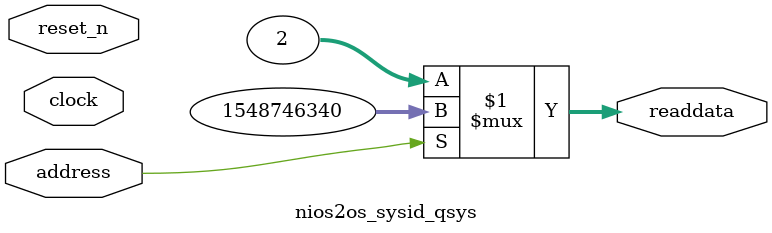
<source format=v>

`timescale 1ns / 1ps
// synthesis translate_on

// turn off superfluous verilog processor warnings 
// altera message_level Level1 
// altera message_off 10034 10035 10036 10037 10230 10240 10030 

module nios2os_sysid_qsys (
               // inputs:
                address,
                clock,
                reset_n,

               // outputs:
                readdata
             )
;

  output  [ 31: 0] readdata;
  input            address;
  input            clock;
  input            reset_n;

  wire    [ 31: 0] readdata;
  //control_slave, which is an e_avalon_slave
  assign readdata = address ? 1548746340 : 2;

endmodule




</source>
